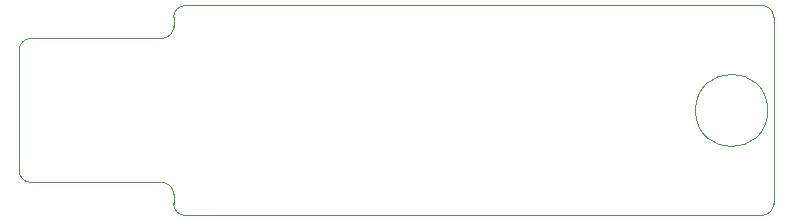
<source format=gbr>
%TF.GenerationSoftware,KiCad,Pcbnew,7.0.11+dfsg-1build4*%
%TF.CreationDate,2025-10-24T22:04:28+11:00*%
%TF.ProjectId,usb-ic,7573622d-6963-42e6-9b69-6361645f7063,rev?*%
%TF.SameCoordinates,Original*%
%TF.FileFunction,Profile,NP*%
%FSLAX46Y46*%
G04 Gerber Fmt 4.6, Leading zero omitted, Abs format (unit mm)*
G04 Created by KiCad (PCBNEW 7.0.11+dfsg-1build4) date 2025-10-24 22:04:28*
%MOMM*%
%LPD*%
G01*
G04 APERTURE LIST*
%TA.AperFunction,Profile*%
%ADD10C,0.050000*%
%TD*%
G04 APERTURE END LIST*
D10*
X133720612Y-99560600D02*
G75*
G03*
X132720000Y-100560612I-612J-1000000D01*
G01*
X196596000Y-97774000D02*
G75*
G03*
X195596000Y-96774000I-1000000J0D01*
G01*
X144795388Y-99567400D02*
G75*
G03*
X145796000Y-98567388I612J1000000D01*
G01*
X133720612Y-99560612D02*
X144795388Y-99567388D01*
X146796000Y-96774000D02*
G75*
G03*
X145796000Y-97774000I0J-1000000D01*
G01*
X146796000Y-96774000D02*
X195596000Y-96774000D01*
X145796000Y-98567388D02*
X145796000Y-97774000D01*
X132720000Y-110760000D02*
G75*
G03*
X133720000Y-111760000I1000000J0D01*
G01*
X132720000Y-110760000D02*
X132720000Y-100560612D01*
X195596000Y-114554000D02*
G75*
G03*
X196596000Y-113554000I0J1000000D01*
G01*
X196596000Y-97774000D02*
X196596000Y-113554000D01*
X145796000Y-112760000D02*
G75*
G03*
X144796000Y-111760000I-1000000J0D01*
G01*
X144796000Y-111760000D02*
X133720000Y-111760000D01*
X145796000Y-113554000D02*
G75*
G03*
X146796000Y-114554000I1000000J0D01*
G01*
X195596000Y-114554000D02*
X146796000Y-114554000D01*
X145796000Y-113554000D02*
X145796000Y-112760000D01*
X196098565Y-105664000D02*
G75*
G03*
X189981435Y-105664000I-3058565J0D01*
G01*
X189981435Y-105664000D02*
G75*
G03*
X196098565Y-105664000I3058565J0D01*
G01*
M02*

</source>
